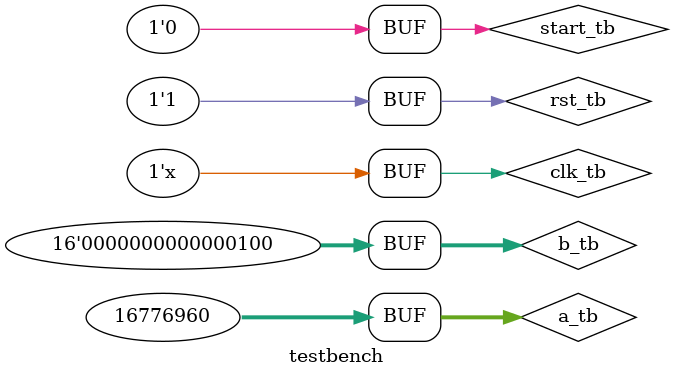
<source format=v>
`timescale 1ns / 1ps

// To generate waveforms, we develop the testbench
module testbench();
    
    // Inputs are set to registers
    reg [31:0] a_tb;
    reg [15:0] b_tb;

    reg clk_tb;
    reg rst_tb;
    reg start_tb;
    
    // Outputs are set to wires
    wire [31:0] q_tb;
    wire [15:0] r_tb;
    wire [4:0] count_tb;
    
    wire busy_tb;
    wire ready_tb;
    
    // Calling our division  module
    div div_tb(a_tb, b_tb, clk_tb, rst_tb, start_tb, busy_tb, ready_tb, count_tb, q_tb, r_tb);
    
    // Initial case
        initial begin
        
            clk_tb = 1;
            start_tb = 0;
            rst_tb = 0;
            
            // Initializing the values of dividend and divisor
            a_tb=32'h4c7f228a;
            b_tb=16'h6a0e;
        
            // Changing the variables as per the waveform
            #5 start_tb = 1;
               rst_tb = 1;
            #10 start_tb = 0;
            
            // For the division after 330ns, divisor is 4, dividend is 0xffff00
            #320 start_tb = 1;
            #5 a_tb=32'hffff00;
                b_tb = 4'h4;
            #5 start_tb = 0;

        end
        
        // Clock is put inside always block, since always changing
        always begin
            #5;
            clk_tb = ~clk_tb;    
        end

endmodule

</source>
